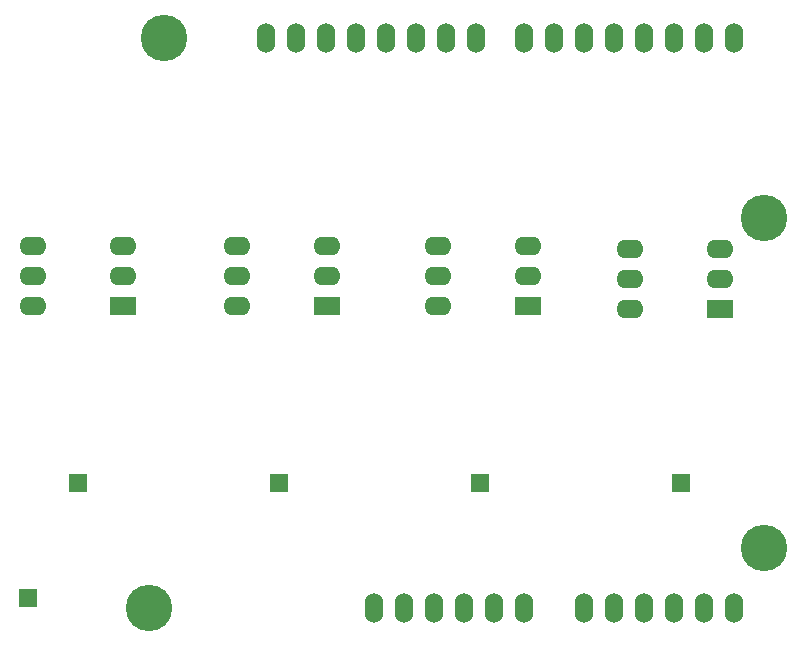
<source format=gbs>
%FSLAX34Y34*%
G04 Gerber Fmt 3.4, Leading zero omitted, Abs format*
G04 (created by PCBNEW (2014-02-26 BZR 4721)-product) date Tuesday, 26 August 2014 11:02:49*
%MOIN*%
G01*
G70*
G90*
G04 APERTURE LIST*
%ADD10C,0.005906*%
%ADD11R,0.090000X0.062000*%
%ADD12O,0.090000X0.062000*%
%ADD13R,0.060000X0.060000*%
%ADD14O,0.060000X0.100000*%
%ADD15C,0.155000*%
G04 APERTURE END LIST*
G54D10*
G54D11*
X31125Y-34661D03*
G54D12*
X31125Y-33661D03*
X31125Y-32661D03*
X28125Y-32661D03*
X28125Y-33661D03*
X28125Y-34661D03*
G54D11*
X24334Y-34661D03*
G54D12*
X24334Y-33661D03*
X24334Y-32661D03*
X21334Y-32661D03*
X21334Y-33661D03*
X21334Y-34661D03*
G54D11*
X37818Y-34661D03*
G54D12*
X37818Y-33661D03*
X37818Y-32661D03*
X34818Y-32661D03*
X34818Y-33661D03*
X34818Y-34661D03*
G54D11*
X44216Y-34759D03*
G54D12*
X44216Y-33759D03*
X44216Y-32759D03*
X41216Y-32759D03*
X41216Y-33759D03*
X41216Y-34759D03*
G54D13*
X29527Y-40551D03*
X22834Y-40551D03*
X36220Y-40551D03*
X42913Y-40551D03*
G54D14*
X44686Y-44739D03*
X43686Y-44739D03*
X42686Y-44739D03*
X39686Y-44739D03*
X40686Y-44739D03*
X41686Y-44739D03*
X37686Y-44739D03*
X36686Y-44739D03*
X35686Y-44739D03*
X33686Y-44739D03*
X32686Y-44739D03*
X44686Y-25739D03*
X43686Y-25739D03*
X42686Y-25739D03*
X41686Y-25739D03*
X40686Y-25739D03*
X39686Y-25739D03*
X38686Y-25739D03*
X37686Y-25739D03*
X36086Y-25739D03*
X35086Y-25739D03*
X34086Y-25739D03*
X33086Y-25739D03*
X32086Y-25739D03*
X31086Y-25739D03*
X30086Y-25739D03*
X29086Y-25739D03*
X34686Y-44739D03*
G54D15*
X45686Y-42739D03*
X45686Y-31739D03*
X25686Y-25739D03*
X25186Y-44739D03*
G54D13*
X21161Y-44389D03*
M02*

</source>
